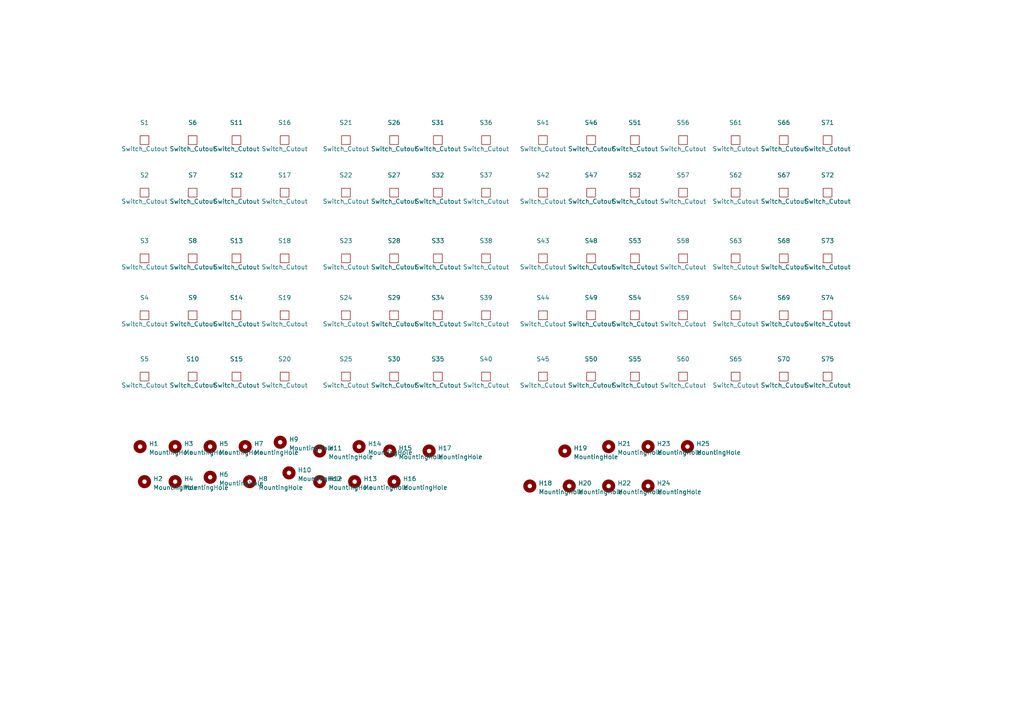
<source format=kicad_sch>
(kicad_sch (version 20211123) (generator eeschema)
  (paper "A4")
  (lib_symbols
    (symbol "Kailh:Switch_Cutout"
      (property "Reference" "S" (at 0 5.08 0))
      (property "Value" "Switch_Cutout" (at 0 -2.54 0))
      (symbol "Switch_Cutout_0_1"
        (rectangle (start -1.27 1.27) (end 1.27 -1.27) (stroke (width 0.1524)))
      )
    )
    (symbol "Mechanical:MountingHole" (pin_names (offset 1.016))
      (property "Reference" "H" (at 0 5.08 0))
      (property "Value" "MountingHole" (at 0 3.175 0))
      (symbol "MountingHole_0_1"
        (circle (center 0 0) (radius 1.27) (stroke (width 1.27)))
      )
    )
  )
  (symbol (lib_id "Kailh:Switch_Cutout") (at 41.91 74.93 0) (unit 1)
    (property "Reference" "S3" (at 41.91 69.85 0))
    (property "Value" "Switch_Cutout" (at 41.91 77.47 0))
    (property "Footprint" "kailh:SW_Kailh_Choc_Cutout" (effects hide))
  )
  (symbol (lib_id "Kailh:Switch_Cutout") (at 100.33 40.64 0) (unit 1)
    (property "Reference" "S21" (at 100.33 35.56 0))
    (property "Value" "Switch_Cutout" (at 100.33 43.18 0))
    (property "Footprint" "kailh:SW_Kailh_Choc_Cutout" (effects hide))
  )
  (symbol (lib_id "Kailh:Switch_Cutout") (at 82.55 55.88 0) (unit 1)
    (property "Reference" "S17" (at 82.55 50.8 0))
    (property "Value" "Switch_Cutout" (at 82.55 58.42 0))
    (property "Footprint" "kailh:SW_Kailh_Choc_Cutout" (effects hide))
  )
  (symbol (lib_id "Kailh:Switch_Cutout") (at 127 91.44 0) (unit 1)
    (property "Reference" "S34" (at 127 86.36 0))
    (property "Value" "Switch_Cutout" (at 127 93.98 0))
    (property "Footprint" "kailh:SW_Kailh_Choc_Cutout" (effects hide))
  )
  (symbol (lib_id "Kailh:Switch_Cutout") (at 227.33 40.64 0) (unit 1)
    (property "Reference" "S66" (at 227.33 35.56 0))
    (property "Value" "Switch_Cutout" (at 227.33 43.18 0))
    (property "Footprint" "kailh:SW_Kailh_Choc_Cutout" (effects hide))
  )
  (symbol (lib_id "Mechanical:MountingHole") (at 176.53 129.54 0) (unit 1)
    (property "Reference" "H21" (at 179.07 128.7053 0) (effects (justify left)))
    (property "Value" "MountingHole" (at 179.07 131.2422 0) (effects (justify left)))
    (property "Footprint" "kailh:TestPoint_Plated_Hole_D1.2mm" (effects hide))
  )
  (symbol (lib_id "Mechanical:MountingHole") (at 60.96 138.43 0) (unit 1)
    (property "Reference" "H6" (at 63.5 137.5953 0) (effects (justify left)))
    (property "Value" "MountingHole" (at 63.5 140.1322 0) (effects (justify left)))
    (property "Footprint" "optic:MountingHole_2.2mm_M2_jlcpcb" (effects hide))
  )
  (symbol (lib_id "Mechanical:MountingHole") (at 50.8 139.7 0) (unit 1)
    (property "Reference" "H4" (at 53.34 138.8653 0) (effects (justify left)))
    (property "Value" "MountingHole" (at 53.34 141.4022 0) (effects (justify left)))
    (property "Footprint" "optic:MountingHole_2.2mm_M2_jlcpcb" (effects hide))
  )
  (symbol (lib_id "Mechanical:MountingHole") (at 153.67 140.97 0) (unit 1)
    (property "Reference" "H18" (at 156.21 140.1353 0) (effects (justify left)))
    (property "Value" "MountingHole" (at 156.21 142.6722 0) (effects (justify left)))
    (property "Footprint" "kailh:TestPoint_Plated_Hole_D1.2mm" (effects hide))
  )
  (symbol (lib_id "Kailh:Switch_Cutout") (at 55.88 74.93 0) (unit 1)
    (property "Reference" "S8" (at 55.88 69.85 0))
    (property "Value" "Switch_Cutout" (at 55.88 77.47 0))
    (property "Footprint" "kailh:SW_Kailh_Choc_Cutout" (effects hide))
  )
  (symbol (lib_id "Kailh:Switch_Cutout") (at 198.12 55.88 0) (unit 1)
    (property "Reference" "S57" (at 198.12 50.8 0))
    (property "Value" "Switch_Cutout" (at 198.12 58.42 0))
    (property "Footprint" "kailh:SW_Kailh_Choc_Cutout" (effects hide))
  )
  (symbol (lib_id "Mechanical:MountingHole") (at 124.46 130.81 0) (unit 1)
    (property "Reference" "H17" (at 127 129.9753 0) (effects (justify left)))
    (property "Value" "MountingHole" (at 127 132.5122 0) (effects (justify left)))
    (property "Footprint" "optic:MountingHole_2.2mm_M2_jlcpcb" (effects hide))
  )
  (symbol (lib_id "Kailh:Switch_Cutout") (at 184.15 74.93 0) (unit 1)
    (property "Reference" "S53" (at 184.15 69.85 0))
    (property "Value" "Switch_Cutout" (at 184.15 77.47 0))
    (property "Footprint" "kailh:SW_Kailh_Choc_Cutout" (effects hide))
  )
  (symbol (lib_id "Mechanical:MountingHole") (at 60.96 129.54 0) (unit 1)
    (property "Reference" "H5" (at 63.5 128.7053 0) (effects (justify left)))
    (property "Value" "MountingHole" (at 63.5 131.2422 0) (effects (justify left)))
    (property "Footprint" "optic:MountingHole_2.2mm_M2_jlcpcb" (effects hide))
  )
  (symbol (lib_id "Kailh:Switch_Cutout") (at 55.88 91.44 0) (unit 1)
    (property "Reference" "S9" (at 55.88 86.36 0))
    (property "Value" "Switch_Cutout" (at 55.88 93.98 0))
    (property "Footprint" "kailh:SW_Kailh_Choc_Cutout" (effects hide))
  )
  (symbol (lib_id "Kailh:Switch_Cutout") (at 68.58 91.44 0) (unit 1)
    (property "Reference" "S14" (at 68.58 86.36 0))
    (property "Value" "Switch_Cutout" (at 68.58 93.98 0))
    (property "Footprint" "kailh:SW_Kailh_Choc_Cutout" (effects hide))
  )
  (symbol (lib_id "Kailh:Switch_Cutout") (at 227.33 55.88 0) (unit 1)
    (property "Reference" "S67" (at 227.33 50.8 0))
    (property "Value" "Switch_Cutout" (at 227.33 58.42 0))
    (property "Footprint" "kailh:SW_Kailh_Choc_Cutout" (effects hide))
  )
  (symbol (lib_id "Kailh:Switch_Cutout") (at 213.36 91.44 0) (unit 1)
    (property "Reference" "S64" (at 213.36 86.36 0))
    (property "Value" "Switch_Cutout" (at 213.36 93.98 0))
    (property "Footprint" "kailh:SW_Kailh_Choc_Cutout" (effects hide))
  )
  (symbol (lib_id "Kailh:Switch_Cutout") (at 127 40.64 0) (unit 1)
    (property "Reference" "S31" (at 127 35.56 0))
    (property "Value" "Switch_Cutout" (at 127 43.18 0))
    (property "Footprint" "kailh:SW_Kailh_Choc_Cutout" (effects hide))
  )
  (symbol (lib_id "Kailh:Switch_Cutout") (at 55.88 55.88 0) (unit 1)
    (property "Reference" "S7" (at 55.88 50.8 0))
    (property "Value" "Switch_Cutout" (at 55.88 58.42 0))
    (property "Footprint" "kailh:SW_Kailh_Choc_Cutout" (effects hide))
  )
  (symbol (lib_id "Kailh:Switch_Cutout") (at 114.3 109.22 0) (unit 1)
    (property "Reference" "S30" (at 114.3 104.14 0))
    (property "Value" "Switch_Cutout" (at 114.3 111.76 0))
    (property "Footprint" "kailh:SW_Kailh_Choc_Cutout" (effects hide))
  )
  (symbol (lib_id "Kailh:Switch_Cutout") (at 55.88 40.64 0) (unit 1)
    (property "Reference" "S6" (at 55.88 35.56 0))
    (property "Value" "Switch_Cutout" (at 55.88 43.18 0))
    (property "Footprint" "kailh:SW_Kailh_Choc_Cutout" (effects hide))
  )
  (symbol (lib_id "Kailh:Switch_Cutout") (at 227.33 91.44 0) (unit 1)
    (property "Reference" "S69" (at 227.33 86.36 0))
    (property "Value" "Switch_Cutout" (at 227.33 93.98 0))
    (property "Footprint" "kailh:SW_Kailh_Choc_Cutout" (effects hide))
  )
  (symbol (lib_id "Kailh:Switch_Cutout") (at 184.15 55.88 0) (unit 1)
    (property "Reference" "S52" (at 184.15 50.8 0))
    (property "Value" "Switch_Cutout" (at 184.15 58.42 0))
    (property "Footprint" "kailh:SW_Kailh_Choc_Cutout" (effects hide))
  )
  (symbol (lib_id "Kailh:Switch_Cutout") (at 140.97 74.93 0) (unit 1)
    (property "Reference" "S38" (at 140.97 69.85 0))
    (property "Value" "Switch_Cutout" (at 140.97 77.47 0))
    (property "Footprint" "kailh:SW_Kailh_Choc_Cutout" (effects hide))
  )
  (symbol (lib_id "Kailh:Switch_Cutout") (at 240.03 74.93 0) (unit 1)
    (property "Reference" "S73" (at 240.03 69.85 0))
    (property "Value" "Switch_Cutout" (at 240.03 77.47 0))
    (property "Footprint" "kailh:SW_Kailh_Choc_Cutout" (effects hide))
  )
  (symbol (lib_id "Kailh:Switch_Cutout") (at 227.33 74.93 0) (unit 1)
    (property "Reference" "S68" (at 227.33 69.85 0))
    (property "Value" "Switch_Cutout" (at 227.33 77.47 0))
    (property "Footprint" "kailh:SW_Kailh_Choc_Cutout" (effects hide))
  )
  (symbol (lib_id "Mechanical:MountingHole") (at 72.39 139.7 0) (unit 1)
    (property "Reference" "H8" (at 74.93 138.8653 0) (effects (justify left)))
    (property "Value" "MountingHole" (at 74.93 141.4022 0) (effects (justify left)))
    (property "Footprint" "optic:MountingHole_2.2mm_M2_jlcpcb" (effects hide))
  )
  (symbol (lib_id "Kailh:Switch_Cutout") (at 157.48 109.22 0) (unit 1)
    (property "Reference" "S45" (at 157.48 104.14 0))
    (property "Value" "Switch_Cutout" (at 157.48 111.76 0))
    (property "Footprint" "kailh:SW_Kailh_Choc_Cutout" (effects hide))
  )
  (symbol (lib_id "Kailh:Switch_Cutout") (at 213.36 74.93 0) (unit 1)
    (property "Reference" "S63" (at 213.36 69.85 0))
    (property "Value" "Switch_Cutout" (at 213.36 77.47 0))
    (property "Footprint" "kailh:SW_Kailh_Choc_Cutout" (effects hide))
  )
  (symbol (lib_id "Kailh:Switch_Cutout") (at 82.55 91.44 0) (unit 1)
    (property "Reference" "S19" (at 82.55 86.36 0))
    (property "Value" "Switch_Cutout" (at 82.55 93.98 0))
    (property "Footprint" "kailh:SW_Kailh_Choc_Cutout" (effects hide))
  )
  (symbol (lib_id "Kailh:Switch_Cutout") (at 240.03 40.64 0) (unit 1)
    (property "Reference" "S71" (at 240.03 35.56 0))
    (property "Value" "Switch_Cutout" (at 240.03 43.18 0))
    (property "Footprint" "kailh:SW_Kailh_Choc_Cutout" (effects hide))
  )
  (symbol (lib_id "Kailh:Switch_Cutout") (at 114.3 91.44 0) (unit 1)
    (property "Reference" "S29" (at 114.3 86.36 0))
    (property "Value" "Switch_Cutout" (at 114.3 93.98 0))
    (property "Footprint" "kailh:SW_Kailh_Choc_Cutout" (effects hide))
  )
  (symbol (lib_id "Mechanical:MountingHole") (at 187.96 140.97 0) (unit 1)
    (property "Reference" "H24" (at 190.5 140.1353 0) (effects (justify left)))
    (property "Value" "MountingHole" (at 190.5 142.6722 0) (effects (justify left)))
    (property "Footprint" "kailh:TestPoint_Plated_Hole_D1.2mm" (effects hide))
  )
  (symbol (lib_id "Kailh:Switch_Cutout") (at 100.33 109.22 0) (unit 1)
    (property "Reference" "S25" (at 100.33 104.14 0))
    (property "Value" "Switch_Cutout" (at 100.33 111.76 0))
    (property "Footprint" "kailh:SW_Kailh_Choc_Cutout" (effects hide))
  )
  (symbol (lib_id "Kailh:Switch_Cutout") (at 140.97 40.64 0) (unit 1)
    (property "Reference" "S36" (at 140.97 35.56 0))
    (property "Value" "Switch_Cutout" (at 140.97 43.18 0))
    (property "Footprint" "kailh:SW_Kailh_Choc_Cutout" (effects hide))
  )
  (symbol (lib_id "Kailh:Switch_Cutout") (at 100.33 74.93 0) (unit 1)
    (property "Reference" "S23" (at 100.33 69.85 0))
    (property "Value" "Switch_Cutout" (at 100.33 77.47 0))
    (property "Footprint" "kailh:SW_Kailh_Choc_Cutout" (effects hide))
  )
  (symbol (lib_id "Kailh:Switch_Cutout") (at 127 109.22 0) (unit 1)
    (property "Reference" "S35" (at 127 104.14 0))
    (property "Value" "Switch_Cutout" (at 127 111.76 0))
    (property "Footprint" "kailh:SW_Kailh_Choc_Cutout" (effects hide))
  )
  (symbol (lib_id "Mechanical:MountingHole") (at 81.28 128.27 0) (unit 1)
    (property "Reference" "H9" (at 83.82 127.4353 0) (effects (justify left)))
    (property "Value" "MountingHole" (at 83.82 129.9722 0) (effects (justify left)))
    (property "Footprint" "optic:MountingHole_2.2mm_M2_jlcpcb" (effects hide))
  )
  (symbol (lib_id "Kailh:Switch_Cutout") (at 68.58 109.22 0) (unit 1)
    (property "Reference" "S15" (at 68.58 104.14 0))
    (property "Value" "Switch_Cutout" (at 68.58 111.76 0))
    (property "Footprint" "kailh:SW_Kailh_Choc_Cutout" (effects hide))
  )
  (symbol (lib_id "Mechanical:MountingHole") (at 176.53 140.97 0) (unit 1)
    (property "Reference" "H22" (at 179.07 140.1353 0) (effects (justify left)))
    (property "Value" "MountingHole" (at 179.07 142.6722 0) (effects (justify left)))
    (property "Footprint" "kailh:TestPoint_Plated_Hole_D1.2mm" (effects hide))
  )
  (symbol (lib_id "Kailh:Switch_Cutout") (at 82.55 109.22 0) (unit 1)
    (property "Reference" "S20" (at 82.55 104.14 0))
    (property "Value" "Switch_Cutout" (at 82.55 111.76 0))
    (property "Footprint" "kailh:SW_Kailh_Choc_Cutout" (effects hide))
  )
  (symbol (lib_id "Kailh:Switch_Cutout") (at 171.45 55.88 0) (unit 1)
    (property "Reference" "S47" (at 171.45 50.8 0))
    (property "Value" "Switch_Cutout" (at 171.45 58.42 0))
    (property "Footprint" "kailh:SW_Kailh_Choc_Cutout" (effects hide))
  )
  (symbol (lib_id "Kailh:Switch_Cutout") (at 171.45 74.93 0) (unit 1)
    (property "Reference" "S48" (at 171.45 69.85 0))
    (property "Value" "Switch_Cutout" (at 171.45 77.47 0))
    (property "Footprint" "kailh:SW_Kailh_Choc_Cutout" (effects hide))
  )
  (symbol (lib_id "Kailh:Switch_Cutout") (at 82.55 40.64 0) (unit 1)
    (property "Reference" "S16" (at 82.55 35.56 0))
    (property "Value" "Switch_Cutout" (at 82.55 43.18 0))
    (property "Footprint" "kailh:SW_Kailh_Choc_Cutout" (effects hide))
  )
  (symbol (lib_id "Kailh:Switch_Cutout") (at 157.48 91.44 0) (unit 1)
    (property "Reference" "S44" (at 157.48 86.36 0))
    (property "Value" "Switch_Cutout" (at 157.48 93.98 0))
    (property "Footprint" "kailh:SW_Kailh_Choc_Cutout" (effects hide))
  )
  (symbol (lib_id "Kailh:Switch_Cutout") (at 198.12 40.64 0) (unit 1)
    (property "Reference" "S56" (at 198.12 35.56 0))
    (property "Value" "Switch_Cutout" (at 198.12 43.18 0))
    (property "Footprint" "kailh:SW_Kailh_Choc_Cutout" (effects hide))
  )
  (symbol (lib_id "Kailh:Switch_Cutout") (at 100.33 91.44 0) (unit 1)
    (property "Reference" "S24" (at 100.33 86.36 0))
    (property "Value" "Switch_Cutout" (at 100.33 93.98 0))
    (property "Footprint" "kailh:SW_Kailh_Choc_Cutout" (effects hide))
  )
  (symbol (lib_id "Kailh:Switch_Cutout") (at 68.58 74.93 0) (unit 1)
    (property "Reference" "S13" (at 68.58 69.85 0))
    (property "Value" "Switch_Cutout" (at 68.58 77.47 0))
    (property "Footprint" "kailh:SW_Kailh_Choc_Cutout" (effects hide))
  )
  (symbol (lib_id "Kailh:Switch_Cutout") (at 127 55.88 0) (unit 1)
    (property "Reference" "S32" (at 127 50.8 0))
    (property "Value" "Switch_Cutout" (at 127 58.42 0))
    (property "Footprint" "kailh:SW_Kailh_Choc_Cutout" (effects hide))
  )
  (symbol (lib_id "Mechanical:MountingHole") (at 165.1 140.97 0) (unit 1)
    (property "Reference" "H20" (at 167.64 140.1353 0) (effects (justify left)))
    (property "Value" "MountingHole" (at 167.64 142.6722 0) (effects (justify left)))
    (property "Footprint" "kailh:TestPoint_Plated_Hole_D1.2mm" (effects hide))
  )
  (symbol (lib_id "Kailh:Switch_Cutout") (at 240.03 55.88 0) (unit 1)
    (property "Reference" "S72" (at 240.03 50.8 0))
    (property "Value" "Switch_Cutout" (at 240.03 58.42 0))
    (property "Footprint" "kailh:SW_Kailh_Choc_Cutout" (effects hide))
  )
  (symbol (lib_id "Kailh:Switch_Cutout") (at 140.97 109.22 0) (unit 1)
    (property "Reference" "S40" (at 140.97 104.14 0))
    (property "Value" "Switch_Cutout" (at 140.97 111.76 0))
    (property "Footprint" "kailh:SW_Kailh_Choc_Cutout" (effects hide))
  )
  (symbol (lib_id "Kailh:Switch_Cutout") (at 82.55 74.93 0) (unit 1)
    (property "Reference" "S18" (at 82.55 69.85 0))
    (property "Value" "Switch_Cutout" (at 82.55 77.47 0))
    (property "Footprint" "kailh:SW_Kailh_Choc_Cutout" (effects hide))
  )
  (symbol (lib_id "Kailh:Switch_Cutout") (at 114.3 40.64 0) (unit 1)
    (property "Reference" "S26" (at 114.3 35.56 0))
    (property "Value" "Switch_Cutout" (at 114.3 43.18 0))
    (property "Footprint" "kailh:SW_Kailh_Choc_Cutout" (effects hide))
  )
  (symbol (lib_id "Kailh:Switch_Cutout") (at 184.15 109.22 0) (unit 1)
    (property "Reference" "S55" (at 184.15 104.14 0))
    (property "Value" "Switch_Cutout" (at 184.15 111.76 0))
    (property "Footprint" "kailh:SW_Kailh_Choc_Cutout" (effects hide))
  )
  (symbol (lib_id "Kailh:Switch_Cutout") (at 140.97 55.88 0) (unit 1)
    (property "Reference" "S37" (at 140.97 50.8 0))
    (property "Value" "Switch_Cutout" (at 140.97 58.42 0))
    (property "Footprint" "kailh:SW_Kailh_Choc_Cutout" (effects hide))
  )
  (symbol (lib_id "Kailh:Switch_Cutout") (at 171.45 91.44 0) (unit 1)
    (property "Reference" "S49" (at 171.45 86.36 0))
    (property "Value" "Switch_Cutout" (at 171.45 93.98 0))
    (property "Footprint" "kailh:SW_Kailh_Choc_Cutout" (effects hide))
  )
  (symbol (lib_id "Kailh:Switch_Cutout") (at 127 74.93 0) (unit 1)
    (property "Reference" "S33" (at 127 69.85 0))
    (property "Value" "Switch_Cutout" (at 127 77.47 0))
    (property "Footprint" "kailh:SW_Kailh_Choc_Cutout" (effects hide))
  )
  (symbol (lib_id "Mechanical:MountingHole") (at 41.91 139.7 0) (unit 1)
    (property "Reference" "H2" (at 44.45 138.8653 0) (effects (justify left)))
    (property "Value" "MountingHole" (at 44.45 141.4022 0) (effects (justify left)))
    (property "Footprint" "optic:MountingHole_2.2mm_M2_jlcpcb" (effects hide))
  )
  (symbol (lib_id "Kailh:Switch_Cutout") (at 41.91 91.44 0) (unit 1)
    (property "Reference" "S4" (at 41.91 86.36 0))
    (property "Value" "Switch_Cutout" (at 41.91 93.98 0))
    (property "Footprint" "kailh:SW_Kailh_Choc_Cutout" (effects hide))
  )
  (symbol (lib_id "Kailh:Switch_Cutout") (at 68.58 40.64 0) (unit 1)
    (property "Reference" "S11" (at 68.58 35.56 0))
    (property "Value" "Switch_Cutout" (at 68.58 43.18 0))
    (property "Footprint" "kailh:SW_Kailh_Choc_Cutout" (effects hide))
  )
  (symbol (lib_id "Kailh:Switch_Cutout") (at 213.36 109.22 0) (unit 1)
    (property "Reference" "S65" (at 213.36 104.14 0))
    (property "Value" "Switch_Cutout" (at 213.36 111.76 0))
    (property "Footprint" "kailh:SW_Kailh_Choc_Cutout" (effects hide))
  )
  (symbol (lib_id "Mechanical:MountingHole") (at 50.8 129.54 0) (unit 1)
    (property "Reference" "H3" (at 53.34 128.7053 0) (effects (justify left)))
    (property "Value" "MountingHole" (at 53.34 131.2422 0) (effects (justify left)))
    (property "Footprint" "optic:MountingHole_2.2mm_M2_jlcpcb" (effects hide))
  )
  (symbol (lib_id "Kailh:Switch_Cutout") (at 213.36 40.64 0) (unit 1)
    (property "Reference" "S61" (at 213.36 35.56 0))
    (property "Value" "Switch_Cutout" (at 213.36 43.18 0))
    (property "Footprint" "kailh:SW_Kailh_Choc_Cutout" (effects hide))
  )
  (symbol (lib_id "Kailh:Switch_Cutout") (at 157.48 55.88 0) (unit 1)
    (property "Reference" "S42" (at 157.48 50.8 0))
    (property "Value" "Switch_Cutout" (at 157.48 58.42 0))
    (property "Footprint" "kailh:SW_Kailh_Choc_Cutout" (effects hide))
  )
  (symbol (lib_id "Kailh:Switch_Cutout") (at 240.03 91.44 0) (unit 1)
    (property "Reference" "S74" (at 240.03 86.36 0))
    (property "Value" "Switch_Cutout" (at 240.03 93.98 0))
    (property "Footprint" "kailh:SW_Kailh_Choc_Cutout" (effects hide))
  )
  (symbol (lib_id "Kailh:Switch_Cutout") (at 171.45 40.64 0) (unit 1)
    (property "Reference" "S46" (at 171.45 35.56 0))
    (property "Value" "Switch_Cutout" (at 171.45 43.18 0))
    (property "Footprint" "kailh:SW_Kailh_Choc_Cutout" (effects hide))
  )
  (symbol (lib_id "Kailh:Switch_Cutout") (at 114.3 74.93 0) (unit 1)
    (property "Reference" "S28" (at 114.3 69.85 0))
    (property "Value" "Switch_Cutout" (at 114.3 77.47 0))
    (property "Footprint" "kailh:SW_Kailh_Choc_Cutout" (effects hide))
  )
  (symbol (lib_id "Mechanical:MountingHole") (at 71.12 129.54 0) (unit 1)
    (property "Reference" "H7" (at 73.66 128.7053 0) (effects (justify left)))
    (property "Value" "MountingHole" (at 73.66 131.2422 0) (effects (justify left)))
    (property "Footprint" "optic:MountingHole_2.2mm_M2_jlcpcb" (effects hide))
  )
  (symbol (lib_id "Kailh:Switch_Cutout") (at 213.36 55.88 0) (unit 1)
    (property "Reference" "S62" (at 213.36 50.8 0))
    (property "Value" "Switch_Cutout" (at 213.36 58.42 0))
    (property "Footprint" "kailh:SW_Kailh_Choc_Cutout" (effects hide))
  )
  (symbol (lib_id "Mechanical:MountingHole") (at 40.64 129.54 0) (unit 1)
    (property "Reference" "H1" (at 43.18 128.7053 0) (effects (justify left)))
    (property "Value" "MountingHole" (at 43.18 131.2422 0) (effects (justify left)))
    (property "Footprint" "optic:MountingHole_2.2mm_M2_jlcpcb" (effects hide))
  )
  (symbol (lib_id "Mechanical:MountingHole") (at 104.14 129.54 0) (unit 1)
    (property "Reference" "H14" (at 106.68 128.7053 0) (effects (justify left)))
    (property "Value" "MountingHole" (at 106.68 131.2422 0) (effects (justify left)))
    (property "Footprint" "optic:MountingHole_2.2mm_M2_jlcpcb" (effects hide))
  )
  (symbol (lib_id "Kailh:Switch_Cutout") (at 157.48 40.64 0) (unit 1)
    (property "Reference" "S41" (at 157.48 35.56 0))
    (property "Value" "Switch_Cutout" (at 157.48 43.18 0))
    (property "Footprint" "kailh:SW_Kailh_Choc_Cutout" (effects hide))
  )
  (symbol (lib_id "Kailh:Switch_Cutout") (at 41.91 40.64 0) (unit 1)
    (property "Reference" "S1" (at 41.91 35.56 0))
    (property "Value" "Switch_Cutout" (at 41.91 43.18 0))
    (property "Footprint" "kailh:SW_Kailh_Choc_Cutout" (effects hide))
  )
  (symbol (lib_id "Kailh:Switch_Cutout") (at 55.88 109.22 0) (unit 1)
    (property "Reference" "S10" (at 55.88 104.14 0))
    (property "Value" "Switch_Cutout" (at 55.88 111.76 0))
    (property "Footprint" "kailh:SW_Kailh_Choc_Cutout" (effects hide))
  )
  (symbol (lib_id "Kailh:Switch_Cutout") (at 41.91 109.22 0) (unit 1)
    (property "Reference" "S5" (at 41.91 104.14 0))
    (property "Value" "Switch_Cutout" (at 41.91 111.76 0))
    (property "Footprint" "kailh:SW_Kailh_Choc_Cutout" (effects hide))
  )
  (symbol (lib_id "Kailh:Switch_Cutout") (at 140.97 91.44 0) (unit 1)
    (property "Reference" "S39" (at 140.97 86.36 0))
    (property "Value" "Switch_Cutout" (at 140.97 93.98 0))
    (property "Footprint" "kailh:SW_Kailh_Choc_Cutout" (effects hide))
  )
  (symbol (lib_id "Mechanical:MountingHole") (at 92.71 130.81 0) (unit 1)
    (property "Reference" "H11" (at 95.25 129.9753 0) (effects (justify left)))
    (property "Value" "MountingHole" (at 95.25 132.5122 0) (effects (justify left)))
    (property "Footprint" "optic:MountingHole_2.2mm_M2_jlcpcb" (effects hide))
  )
  (symbol (lib_id "Kailh:Switch_Cutout") (at 171.45 109.22 0) (unit 1)
    (property "Reference" "S50" (at 171.45 104.14 0))
    (property "Value" "Switch_Cutout" (at 171.45 111.76 0))
    (property "Footprint" "kailh:SW_Kailh_Choc_Cutout" (effects hide))
  )
  (symbol (lib_id "Mechanical:MountingHole") (at 113.03 130.81 0) (unit 1)
    (property "Reference" "H15" (at 115.57 129.9753 0) (effects (justify left)))
    (property "Value" "MountingHole" (at 115.57 132.5122 0) (effects (justify left)))
    (property "Footprint" "optic:MountingHole_2.2mm_M2_jlcpcb" (effects hide))
  )
  (symbol (lib_id "Mechanical:MountingHole") (at 83.82 137.16 0) (unit 1)
    (property "Reference" "H10" (at 86.36 136.3253 0) (effects (justify left)))
    (property "Value" "MountingHole" (at 86.36 138.8622 0) (effects (justify left)))
    (property "Footprint" "optic:MountingHole_2.2mm_M2_jlcpcb" (effects hide))
  )
  (symbol (lib_id "Mechanical:MountingHole") (at 92.71 139.7 0) (unit 1)
    (property "Reference" "H12" (at 95.25 138.8653 0) (effects (justify left)))
    (property "Value" "MountingHole" (at 95.25 141.4022 0) (effects (justify left)))
    (property "Footprint" "optic:MountingHole_2.2mm_M2_jlcpcb" (effects hide))
  )
  (symbol (lib_id "Mechanical:MountingHole") (at 114.3 139.7 0) (unit 1)
    (property "Reference" "H16" (at 116.84 138.8653 0) (effects (justify left)))
    (property "Value" "MountingHole" (at 116.84 141.4022 0) (effects (justify left)))
    (property "Footprint" "optic:MountingHole_2.2mm_M2_jlcpcb" (effects hide))
  )
  (symbol (lib_id "Kailh:Switch_Cutout") (at 100.33 55.88 0) (unit 1)
    (property "Reference" "S22" (at 100.33 50.8 0))
    (property "Value" "Switch_Cutout" (at 100.33 58.42 0))
    (property "Footprint" "kailh:SW_Kailh_Choc_Cutout" (effects hide))
  )
  (symbol (lib_id "Mechanical:MountingHole") (at 102.87 139.7 0) (unit 1)
    (property "Reference" "H13" (at 105.41 138.8653 0) (effects (justify left)))
    (property "Value" "MountingHole" (at 105.41 141.4022 0) (effects (justify left)))
    (property "Footprint" "optic:MountingHole_2.2mm_M2_jlcpcb" (effects hide))
  )
  (symbol (lib_id "Kailh:Switch_Cutout") (at 41.91 55.88 0) (unit 1)
    (property "Reference" "S2" (at 41.91 50.8 0))
    (property "Value" "Switch_Cutout" (at 41.91 58.42 0))
    (property "Footprint" "kailh:SW_Kailh_Choc_Cutout" (effects hide))
  )
  (symbol (lib_id "Kailh:Switch_Cutout") (at 198.12 74.93 0) (unit 1)
    (property "Reference" "S58" (at 198.12 69.85 0))
    (property "Value" "Switch_Cutout" (at 198.12 77.47 0))
    (property "Footprint" "kailh:SW_Kailh_Choc_Cutout" (effects hide))
  )
  (symbol (lib_id "Kailh:Switch_Cutout") (at 184.15 91.44 0) (unit 1)
    (property "Reference" "S54" (at 184.15 86.36 0))
    (property "Value" "Switch_Cutout" (at 184.15 93.98 0))
    (property "Footprint" "kailh:SW_Kailh_Choc_Cutout" (effects hide))
  )
  (symbol (lib_id "Kailh:Switch_Cutout") (at 198.12 91.44 0) (unit 1)
    (property "Reference" "S59" (at 198.12 86.36 0))
    (property "Value" "Switch_Cutout" (at 198.12 93.98 0))
    (property "Footprint" "kailh:SW_Kailh_Choc_Cutout" (effects hide))
  )
  (symbol (lib_id "Kailh:Switch_Cutout") (at 157.48 74.93 0) (unit 1)
    (property "Reference" "S43" (at 157.48 69.85 0))
    (property "Value" "Switch_Cutout" (at 157.48 77.47 0))
    (property "Footprint" "kailh:SW_Kailh_Choc_Cutout" (effects hide))
  )
  (symbol (lib_id "Kailh:Switch_Cutout") (at 68.58 55.88 0) (unit 1)
    (property "Reference" "S12" (at 68.58 50.8 0))
    (property "Value" "Switch_Cutout" (at 68.58 58.42 0))
    (property "Footprint" "kailh:SW_Kailh_Choc_Cutout" (effects hide))
  )
  (symbol (lib_id "Mechanical:MountingHole") (at 187.96 129.54 0) (unit 1)
    (property "Reference" "H23" (at 190.5 128.7053 0) (effects (justify left)))
    (property "Value" "MountingHole" (at 190.5 131.2422 0) (effects (justify left)))
    (property "Footprint" "kailh:TestPoint_Plated_Hole_D1.2mm" (effects hide))
  )
  (symbol (lib_id "Kailh:Switch_Cutout") (at 114.3 55.88 0) (unit 1)
    (property "Reference" "S27" (at 114.3 50.8 0))
    (property "Value" "Switch_Cutout" (at 114.3 58.42 0))
    (property "Footprint" "kailh:SW_Kailh_Choc_Cutout" (effects hide))
  )
  (symbol (lib_id "Kailh:Switch_Cutout") (at 227.33 109.22 0) (unit 1)
    (property "Reference" "S70" (at 227.33 104.14 0))
    (property "Value" "Switch_Cutout" (at 227.33 111.76 0))
    (property "Footprint" "kailh:SW_Kailh_Choc_Cutout" (effects hide))
  )
  (symbol (lib_id "Kailh:Switch_Cutout") (at 198.12 109.22 0) (unit 1)
    (property "Reference" "S60" (at 198.12 104.14 0))
    (property "Value" "Switch_Cutout" (at 198.12 111.76 0))
    (property "Footprint" "kailh:SW_Kailh_Choc_Cutout" (effects hide))
  )
  (symbol (lib_id "Kailh:Switch_Cutout") (at 184.15 40.64 0) (unit 1)
    (property "Reference" "S51" (at 184.15 35.56 0))
    (property "Value" "Switch_Cutout" (at 184.15 43.18 0))
    (property "Footprint" "kailh:SW_Kailh_Choc_Cutout" (effects hide))
  )
  (symbol (lib_id "Mechanical:MountingHole") (at 199.39 129.54 0) (unit 1)
    (property "Reference" "H25" (at 201.93 128.7053 0) (effects (justify left)))
    (property "Value" "MountingHole" (at 201.93 131.2422 0) (effects (justify left)))
    (property "Footprint" "kailh:TestPoint_Plated_Hole_D1.2mm" (effects hide))
  )
  (symbol (lib_id "Mechanical:MountingHole") (at 163.83 130.81 0) (unit 1)
    (property "Reference" "H19" (at 166.37 129.9753 0) (effects (justify left)))
    (property "Value" "MountingHole" (at 166.37 132.5122 0) (effects (justify left)))
    (property "Footprint" "kailh:TestPoint_Plated_Hole_D1.2mm" (effects hide))
  )
  (symbol (lib_id "Kailh:Switch_Cutout") (at 240.03 109.22 0) (unit 1)
    (property "Reference" "S75" (at 240.03 104.14 0))
    (property "Value" "Switch_Cutout" (at 240.03 111.76 0))
    (property "Footprint" "kailh:SW_Kailh_Choc_Cutout" (effects hide))
  )
)
</source>
